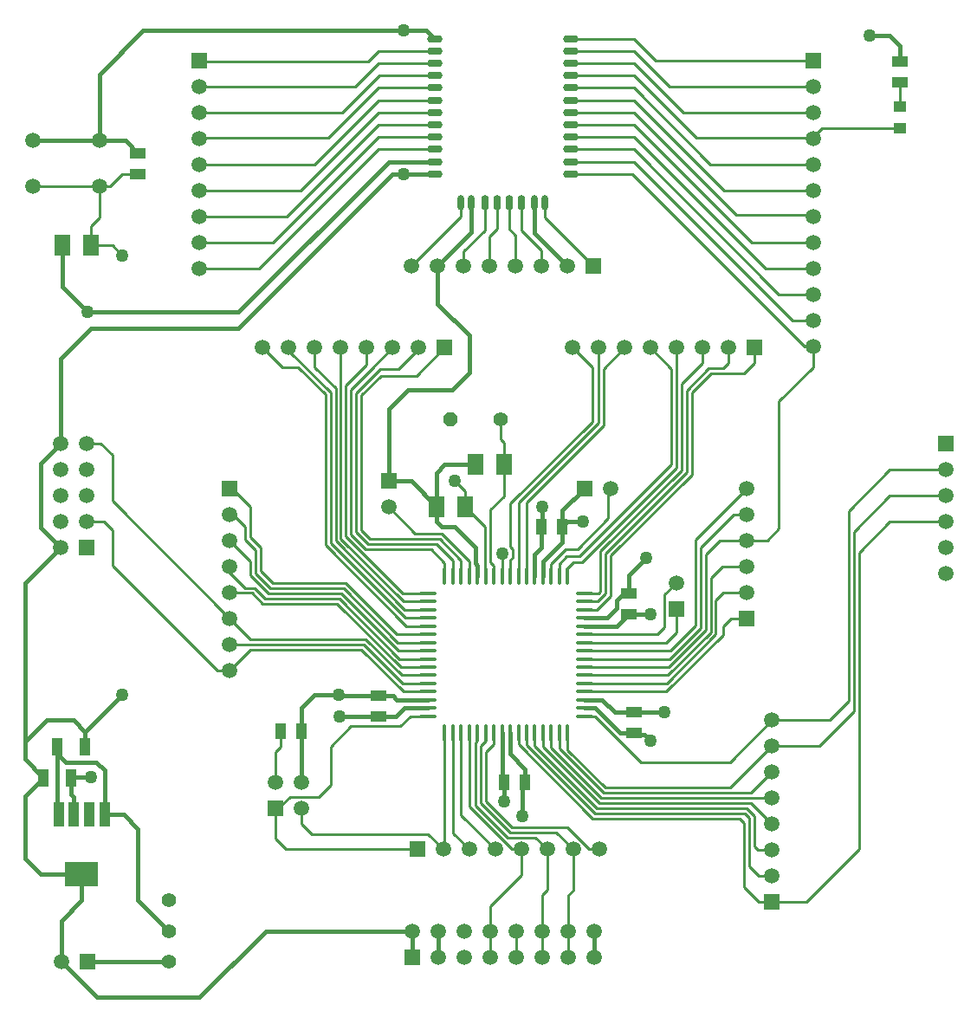
<source format=gtl>
G04 Layer_Physical_Order=1*
G04 Layer_Color=255*
%FSLAX25Y25*%
%MOIN*%
G70*
G01*
G75*
%ADD10O,0.06890X0.01378*%
%ADD11O,0.01378X0.06890*%
%ADD12R,0.06000X0.08000*%
%ADD13R,0.06000X0.04000*%
%ADD14R,0.04000X0.06000*%
%ADD15O,0.05906X0.02953*%
%ADD16O,0.02559X0.05906*%
%ADD17O,0.02953X0.05906*%
%ADD18R,0.04724X0.04331*%
%ADD19R,0.04331X0.06693*%
%ADD20R,0.03937X0.09449*%
%ADD21R,0.12598X0.09449*%
%ADD22C,0.01000*%
%ADD23C,0.01575*%
%ADD24R,0.05906X0.05906*%
%ADD25C,0.05906*%
%ADD26R,0.05906X0.05906*%
%ADD27P,0.05966X8X22.5*%
%ADD28C,0.05512*%
%ADD29C,0.05000*%
D10*
X166732Y165354D02*
D03*
Y162205D02*
D03*
Y159055D02*
D03*
Y155905D02*
D03*
Y152756D02*
D03*
Y149606D02*
D03*
Y146457D02*
D03*
Y143307D02*
D03*
Y140157D02*
D03*
Y137008D02*
D03*
Y133858D02*
D03*
Y130709D02*
D03*
Y127559D02*
D03*
Y124409D02*
D03*
Y121260D02*
D03*
Y118110D02*
D03*
X226969D02*
D03*
Y121260D02*
D03*
Y124409D02*
D03*
Y127559D02*
D03*
Y130709D02*
D03*
Y133858D02*
D03*
Y137008D02*
D03*
Y140157D02*
D03*
Y143307D02*
D03*
Y146457D02*
D03*
Y149606D02*
D03*
Y152756D02*
D03*
Y155905D02*
D03*
Y159055D02*
D03*
Y162205D02*
D03*
Y165354D02*
D03*
D11*
X173228Y111614D02*
D03*
X176378D02*
D03*
X179528D02*
D03*
X182677D02*
D03*
X185827D02*
D03*
X188976D02*
D03*
X192126D02*
D03*
X195276D02*
D03*
X198425D02*
D03*
X201575D02*
D03*
X204724D02*
D03*
X207874D02*
D03*
X211024D02*
D03*
X214173D02*
D03*
X217323D02*
D03*
X220472D02*
D03*
Y171850D02*
D03*
X217323D02*
D03*
X214173D02*
D03*
X211024D02*
D03*
X207874D02*
D03*
X204724D02*
D03*
X201575D02*
D03*
X198425D02*
D03*
X195276D02*
D03*
X192126D02*
D03*
X188976D02*
D03*
X185827D02*
D03*
X182677D02*
D03*
X179528D02*
D03*
X176378D02*
D03*
X173228D02*
D03*
D12*
X195972Y214866D02*
D03*
X184972D02*
D03*
X181102Y198819D02*
D03*
X170102D02*
D03*
X25996Y299213D02*
D03*
X36996D02*
D03*
D13*
X244094Y165480D02*
D03*
Y157480D02*
D03*
X246063Y119614D02*
D03*
Y111614D02*
D03*
X348425Y362142D02*
D03*
Y370142D02*
D03*
X147638Y117984D02*
D03*
Y125984D02*
D03*
X55118Y326709D02*
D03*
Y334709D02*
D03*
D14*
X118173Y112205D02*
D03*
X110173D02*
D03*
X204142Y92583D02*
D03*
X196142D02*
D03*
X210504Y190945D02*
D03*
X218504D02*
D03*
D15*
X169291Y378740D02*
D03*
Y374016D02*
D03*
Y369291D02*
D03*
Y364567D02*
D03*
Y359842D02*
D03*
Y355118D02*
D03*
Y350394D02*
D03*
Y345669D02*
D03*
Y340945D02*
D03*
Y336221D02*
D03*
Y331496D02*
D03*
Y326772D02*
D03*
X221654D02*
D03*
Y331496D02*
D03*
Y336221D02*
D03*
Y340945D02*
D03*
Y345669D02*
D03*
Y350394D02*
D03*
Y355118D02*
D03*
Y359842D02*
D03*
Y364567D02*
D03*
Y369291D02*
D03*
Y374016D02*
D03*
Y378740D02*
D03*
D16*
X207874Y315748D02*
D03*
X183465D02*
D03*
X211811D02*
D03*
X179528D02*
D03*
D17*
X202756D02*
D03*
X193307D02*
D03*
X198031D02*
D03*
X188583D02*
D03*
D18*
X348425Y344291D02*
D03*
Y352559D02*
D03*
D19*
X24213Y106299D02*
D03*
X34843D02*
D03*
X18898Y94488D02*
D03*
X29528D02*
D03*
D20*
X42323Y80315D02*
D03*
X36417D02*
D03*
X30512D02*
D03*
X24606D02*
D03*
D21*
X33465Y57480D02*
D03*
D22*
X314803Y340551D02*
X318543Y344291D01*
X195972Y202756D02*
Y214866D01*
X156923Y130709D02*
X166732D01*
X179528Y80000D02*
Y111614D01*
X185827Y108771D02*
Y111614D01*
X185024Y107968D02*
X185827Y108771D01*
X188976Y108771D02*
Y111614D01*
X187008Y106803D02*
X188976Y108771D01*
X248756Y100394D02*
X282992D01*
X231039Y118110D02*
X248756Y100394D01*
X226969Y118110D02*
X231039D01*
X226969Y159055D02*
X231596D01*
X226969Y162205D02*
X231940D01*
X222788Y177478D02*
X226146D01*
X220472Y175163D02*
X222788Y177478D01*
X220472Y171850D02*
Y175163D01*
X262283Y213615D02*
Y259842D01*
X226146Y177478D02*
X262283Y213615D01*
X214173Y171850D02*
Y176772D01*
X219811Y182409D01*
X204724Y171850D02*
Y200394D01*
X201575Y171850D02*
Y200189D01*
X198425Y171850D02*
Y178224D01*
X195276Y171850D02*
Y180709D01*
X188803Y172024D02*
X188976Y171850D01*
X188803Y172024D02*
Y191118D01*
X181102Y198819D02*
X188803Y191118D01*
X179528Y171850D02*
Y178110D01*
X171260Y186378D02*
X179528Y178110D01*
X172082Y188362D02*
X182677Y177767D01*
Y171850D02*
Y177767D01*
X173228Y171850D02*
Y177165D01*
X188992Y85439D02*
Y104347D01*
X187008Y84617D02*
Y106803D01*
X85590Y135669D02*
X90551D01*
X45276Y175984D02*
X85590Y135669D01*
X45276Y175984D02*
Y189744D01*
X122047Y72835D02*
X166693D01*
X118110Y76772D02*
X122047Y72835D01*
X118110Y76772D02*
Y82520D01*
X156070Y114173D02*
X160007Y118110D01*
X137083Y114173D02*
X156070D01*
X129260Y106350D02*
X137083Y114173D01*
X129260Y91610D02*
Y106350D01*
X124606Y86957D02*
X129260Y91610D01*
X113571Y86957D02*
X124606D01*
X108110Y82520D02*
X109134D01*
X113571Y86957D01*
X160007Y118110D02*
X166732D01*
X220787Y25433D02*
Y35433D01*
X210787Y25433D02*
Y35433D01*
X200787Y25433D02*
Y35433D01*
X190787Y25433D02*
Y35433D01*
X45276Y200945D02*
Y218504D01*
X40866Y222913D02*
X45276Y218504D01*
X35433Y222913D02*
X40866D01*
X42107Y192913D02*
X45276Y189744D01*
X35433Y192913D02*
X42107D01*
X45276Y200945D02*
X90551Y155669D01*
X45276Y299213D02*
X49213Y295276D01*
X36996Y299213D02*
X45276D01*
X179528Y310394D02*
Y315748D01*
X160472Y291339D02*
X179528Y310394D01*
X198031Y305591D02*
X200472Y303150D01*
Y291339D02*
Y303150D01*
X188583Y305039D02*
Y315748D01*
X180472Y296929D02*
X188583Y305039D01*
X180472Y291339D02*
Y296929D01*
X155206Y146457D02*
X166732D01*
X134293Y167370D02*
X155206Y146457D01*
X106160Y167370D02*
X134293D01*
X100409Y173121D02*
X106160Y167370D01*
X100409Y173121D02*
Y182086D01*
X96441Y186054D02*
X100409Y182086D01*
X96441Y186054D02*
Y190961D01*
X91732Y195669D02*
X96441Y190961D01*
X155550Y143307D02*
X166732D01*
X133471Y165386D02*
X155550Y143307D01*
X105339Y165386D02*
X133471D01*
X98425Y172299D02*
X105339Y165386D01*
X98425Y172299D02*
Y177795D01*
X90551Y185669D02*
X98425Y177795D01*
X155893Y140157D02*
X166732D01*
X132649Y163402D02*
X155893Y140157D01*
X104050Y163402D02*
X132649D01*
X99956Y167496D02*
X104050Y163402D01*
X96284Y167496D02*
X99956D01*
X156237Y137008D02*
X166732D01*
X131827Y161417D02*
X156237Y137008D01*
X103228Y161417D02*
X131827D01*
X99134Y165512D02*
X103228Y161417D01*
X90709Y165512D02*
X99134D01*
X156580Y133858D02*
X166732D01*
X142785Y147653D02*
X156580Y133858D01*
X98567Y147653D02*
X142785D01*
X141963Y145669D02*
X156923Y130709D01*
X90551Y145669D02*
X141963D01*
X141141Y143685D02*
X157267Y127559D01*
X98567Y143685D02*
X141141D01*
X98425Y186876D02*
X102394Y182908D01*
X98425Y186876D02*
Y198646D01*
X91402Y205669D02*
X98425Y198646D01*
X102394Y173943D02*
Y182908D01*
X157267Y127559D02*
X166732D01*
X90551Y165669D02*
X90709Y165512D01*
X90551Y173228D02*
X96284Y167496D01*
X283465Y155669D02*
X289370D01*
X280441Y152646D02*
X283465Y155669D01*
X280441Y149480D02*
Y152646D01*
Y165669D02*
X289370D01*
X277559Y162787D02*
X280441Y165669D01*
X277559Y149673D02*
Y162787D01*
X269622Y185921D02*
X289370Y205669D01*
X271606Y183024D02*
X284252Y195669D01*
X273591Y180236D02*
X279024Y185669D01*
X275575Y171244D02*
X280000Y175669D01*
X275575Y150495D02*
Y171244D01*
X273591Y151317D02*
Y180236D01*
X271606Y152139D02*
Y183024D01*
X269622Y152961D02*
Y185921D01*
X259968Y143307D02*
X269622Y152961D01*
X280000Y175669D02*
X289370D01*
X279024Y185669D02*
X289370D01*
X284252Y195669D02*
X289370D01*
X311811Y260394D02*
X314961D01*
X245433Y326772D02*
X311811Y260394D01*
X221654Y326772D02*
X245433D01*
X314961Y252457D02*
Y260394D01*
X301890Y239386D02*
X314961Y252457D01*
X301890Y190315D02*
Y239386D01*
X297244Y185669D02*
X301890Y190315D01*
X289370Y185669D02*
X297244D01*
X195972Y214866D02*
Y223319D01*
X194646Y224646D02*
Y232283D01*
Y224646D02*
X195972Y223319D01*
X176976Y208661D02*
X181102Y204535D01*
Y198819D02*
Y204535D01*
X176378Y171850D02*
Y177953D01*
X169937Y184394D02*
X176378Y177953D01*
X143710Y184394D02*
X169937D01*
X167984Y182409D02*
X173228Y177165D01*
X142888Y182409D02*
X167984D01*
X161874Y188362D02*
X172082D01*
X151575Y198661D02*
X161874Y188362D01*
X190787Y197571D02*
X195972Y202756D01*
X190787Y177263D02*
Y197571D01*
Y177263D02*
X192126Y175925D01*
Y171850D02*
Y175925D01*
X198425Y183194D02*
Y199953D01*
Y183194D02*
X199260Y182359D01*
Y179058D02*
Y182359D01*
X198425Y178224D02*
X199260Y179058D01*
X198425Y199953D02*
X229939Y231467D01*
X234268Y229937D02*
Y251827D01*
X204724Y200394D02*
X234268Y229937D01*
X228873Y66929D02*
X232598D01*
X188992Y104347D02*
X192126Y107480D01*
Y111614D01*
X197453Y71366D02*
X208161D01*
X199084Y66929D02*
X202598D01*
X179528Y80000D02*
X192598Y66929D01*
X208161Y71366D02*
X212598Y66929D01*
X176378Y73150D02*
X182598Y66929D01*
X176378Y73150D02*
Y111614D01*
X283181Y90583D02*
X299213Y106614D01*
X235058Y90583D02*
X283181D01*
X294173Y56614D02*
X299213D01*
X290299Y60488D02*
X294173Y56614D01*
X290299Y60488D02*
Y78942D01*
X288315Y52236D02*
X293937Y46614D01*
X299213D01*
X288315Y52236D02*
Y77036D01*
X286674Y78677D02*
X288315Y77036D01*
X230127Y78677D02*
X286674D01*
X292284Y67953D02*
Y79764D01*
Y67953D02*
X293622Y66614D01*
X299213D01*
X288580Y80661D02*
X290299Y78942D01*
X230949Y80661D02*
X288580D01*
X201575Y107229D02*
X230127Y78677D01*
X204724Y106886D02*
X230949Y80661D01*
X289402Y82646D02*
X292284Y79764D01*
X231770Y82646D02*
X289402D01*
X207874Y106542D02*
X231770Y82646D01*
X220472Y105168D02*
X235058Y90583D01*
X291197Y88598D02*
X299213Y96614D01*
X234236Y88598D02*
X291197D01*
X217323Y105512D02*
X234236Y88598D01*
X211024Y106199D02*
X232592Y84630D01*
X291197D02*
X299213Y76614D01*
X232592Y84630D02*
X291197D01*
X233414Y86614D02*
X299213D01*
X214173Y105855D02*
X233414Y86614D01*
X201575Y107229D02*
Y111614D01*
X204724Y106886D02*
Y111614D01*
X214173Y105855D02*
Y111614D01*
X217323Y105512D02*
Y111614D01*
X220472Y105168D02*
Y111614D01*
X211024Y106199D02*
Y111614D01*
X207874Y106542D02*
Y111614D01*
X229939Y231467D02*
Y252187D01*
X232283Y230898D02*
Y259842D01*
X201575Y200189D02*
X232283Y230898D01*
X226969Y143307D02*
X259968D01*
X272284Y254031D02*
Y259842D01*
X264268Y246016D02*
X272284Y254031D01*
X264268Y212793D02*
Y246016D01*
X282283Y253937D02*
Y259842D01*
X280331Y251984D02*
X282283Y253937D01*
X274769Y251984D02*
X280331D01*
X266252Y243468D02*
X274769Y251984D01*
X266252Y211971D02*
Y243468D01*
X292284Y253937D02*
Y259842D01*
X288347Y250000D02*
X292284Y253937D01*
X275590Y250000D02*
X288347D01*
X268236Y242646D02*
X275590Y250000D01*
X268236Y211150D02*
Y242646D01*
X252284Y259842D02*
X260299Y251827D01*
Y214866D02*
Y251827D01*
X227550Y182117D02*
X260299Y214866D01*
X225045Y179612D02*
X227550Y182117D01*
X220163Y179612D02*
X225045D01*
X233071Y181597D02*
X264268Y212793D01*
X233071Y166142D02*
Y181597D01*
X235055Y180775D02*
X266252Y211971D01*
X235055Y165320D02*
Y180775D01*
X237039Y179953D02*
X268236Y211150D01*
X237039Y164498D02*
Y179953D01*
X231596Y159055D02*
X237039Y164498D01*
X231940Y162205D02*
X235055Y165320D01*
X232283Y165354D02*
X233071Y166142D01*
X226969Y165354D02*
X232283D01*
X222284Y259842D02*
X229939Y252187D01*
X234268Y251827D02*
X242284Y259842D01*
X90551Y135669D02*
X98567Y143685D01*
X90551Y155669D02*
X98567Y147653D01*
X154863Y149606D02*
X166732D01*
X135115Y169354D02*
X154863Y149606D01*
X90551Y195669D02*
X91732D01*
X90551Y205669D02*
X91402D01*
X106982Y169354D02*
X135115D01*
X102394Y173943D02*
X106982Y169354D01*
X90551Y173228D02*
Y175669D01*
X158167Y155905D02*
X166732D01*
X129260Y184813D02*
X158167Y155905D01*
X158511Y152756D02*
X166732D01*
X127276Y183991D02*
X158511Y152756D01*
X144532Y186378D02*
X171260D01*
X141165Y189744D02*
X144532Y186378D01*
X141165Y189744D02*
Y241559D01*
X148700Y249094D01*
X139181Y242381D02*
X148422Y251622D01*
X139181Y188922D02*
Y242381D01*
X148422Y251622D02*
X155512D01*
X139181Y188922D02*
X143710Y184394D01*
X137197Y188101D02*
X142888Y182409D01*
X137197Y188101D02*
Y243803D01*
X145016Y251622D01*
X135213Y245449D02*
X143228Y253465D01*
X135213Y187279D02*
Y245449D01*
Y187279D02*
X157137Y165354D01*
X166732D01*
X157480Y162205D02*
X166732D01*
X133228Y186457D02*
X157480Y162205D01*
X133228Y186457D02*
Y259842D01*
X127276Y183991D02*
Y241966D01*
X129260Y184813D02*
Y242787D01*
X116879Y252362D02*
X127276Y241966D01*
X113228Y258819D02*
X129260Y242787D01*
X113228Y258819D02*
Y259842D01*
X157824Y159055D02*
X166732D01*
X131244Y185635D02*
X157824Y159055D01*
X131244Y185635D02*
Y244189D01*
X123228Y252205D02*
X131244Y244189D01*
X110709Y252362D02*
X116879D01*
X173213Y111598D02*
X173228Y111614D01*
X143228Y253465D02*
Y259842D01*
X145016Y251622D02*
Y251630D01*
X148700Y249094D02*
X162480D01*
X173228Y259842D01*
X163228Y259338D02*
Y259842D01*
X155512Y251622D02*
X163228Y259338D01*
X123228Y252205D02*
Y259842D01*
X145016Y251630D02*
X153228Y259842D01*
X103228D02*
X110709Y252362D01*
X14764Y321850D02*
X40354D01*
X44291D01*
X49150Y326709D01*
X55118D01*
X40354Y310039D02*
Y321850D01*
X36996Y306681D02*
X40354Y310039D01*
X36996Y299213D02*
Y306681D01*
X108110Y92520D02*
Y104173D01*
X110173Y106236D01*
Y112205D01*
X108110Y71024D02*
Y82520D01*
Y71024D02*
X112205Y66929D01*
X162598D01*
X166693Y72835D02*
X172598Y66929D01*
X147638Y345669D02*
X169291D01*
X112362Y310394D02*
X147638Y345669D01*
X78740Y310394D02*
X112362D01*
X147638Y350394D02*
X169291D01*
X117638Y320394D02*
X147638Y350394D01*
X78740Y320394D02*
X117638D01*
X147638Y355118D02*
X169291D01*
X122913Y330394D02*
X147638Y355118D01*
X78740Y330394D02*
X122913D01*
X147638Y359842D02*
X169291D01*
X128409Y340614D02*
X147638Y359842D01*
X78961Y340614D02*
X128409D01*
X78740Y340394D02*
X78961Y340614D01*
X148031Y364567D02*
X169291D01*
X133858Y350394D02*
X148031Y364567D01*
X78740Y350394D02*
X133858D01*
X147638Y369291D02*
X169291D01*
X138583Y360236D02*
X147638Y369291D01*
X78898Y360236D02*
X138583D01*
X78740Y360394D02*
X78898Y360236D01*
X147638Y374016D02*
X169291D01*
X143701Y370079D02*
X147638Y374016D01*
X79055Y370079D02*
X143701D01*
X78740Y370394D02*
X79055Y370079D01*
X221654Y331496D02*
X246063D01*
X307165Y270394D01*
X314961D01*
X221654Y336221D02*
X246063D01*
X301890Y280394D01*
X314961D01*
X221654Y340945D02*
X246063D01*
X296614Y290394D01*
X314961D01*
X221654Y345669D02*
X246063D01*
X291339Y300394D01*
X314961D01*
X221654Y350394D02*
X246063D01*
X285433Y311024D01*
X314331D01*
X314961Y310394D01*
X221654Y355118D02*
X246063D01*
X280787Y320394D01*
X314961D01*
X221654Y359842D02*
X246063D01*
X275512Y330394D01*
X314961D01*
X221654Y364567D02*
X246063D01*
X270079Y340551D01*
X314803D01*
X221654Y369291D02*
X246063D01*
X264961Y350394D01*
X314961D01*
X221654Y374016D02*
X246063D01*
X259842Y360236D01*
X314803D01*
X314961Y360394D01*
X221654Y378740D02*
X246063D01*
X254409Y370394D01*
X314961D01*
X193307Y305512D02*
Y315748D01*
X190472Y302677D02*
X193307Y305512D01*
X190472Y291339D02*
Y302677D01*
X198031Y305591D02*
Y315748D01*
X202756Y305118D02*
Y315748D01*
Y305118D02*
X210472Y297402D01*
Y291339D02*
Y297402D01*
X211811Y310000D02*
Y315748D01*
Y310000D02*
X230472Y291339D01*
X190787Y35433D02*
Y45118D01*
X202598Y56929D01*
Y66929D01*
X210787Y35433D02*
Y49370D01*
X212598Y51181D01*
Y66929D01*
X222598Y51024D02*
Y66929D01*
X220787Y49213D02*
X222598Y51024D01*
X220787Y35433D02*
Y49213D01*
X318543Y344291D02*
X348425D01*
Y352559D02*
Y362142D01*
X147638Y336221D02*
X169291D01*
X344488Y212913D02*
X366142D01*
X344488Y202913D02*
X366142D01*
X299213Y46614D02*
X312362D01*
X344488Y192913D02*
X366142D01*
X147638Y340945D02*
X169291D01*
X78740Y300394D02*
X107087D01*
X147638Y340945D01*
X78740Y290394D02*
X101811D01*
X147638Y336221D01*
X312362Y46614D02*
X332677Y66929D01*
Y181102D01*
X344488Y192913D01*
X330693Y189118D02*
X344488Y202913D01*
X328709Y197134D02*
X344488Y212913D01*
X299213Y116614D02*
X321339D01*
X328709Y123984D01*
Y197134D01*
X299213Y106614D02*
X317244D01*
X330693Y120063D01*
Y189118D01*
X182677Y83336D02*
Y111614D01*
X185024Y83795D02*
Y107968D01*
X182677Y83336D02*
X199084Y66929D01*
X185024Y83795D02*
X197453Y71366D01*
X172598Y66929D02*
X173228Y67559D01*
Y79871D01*
X173213Y79887D02*
X173228Y79871D01*
X173213Y79887D02*
Y111598D01*
X187008Y84617D02*
X198275Y73350D01*
X216177D01*
X222598Y66929D01*
X188992Y85439D02*
X199097Y75335D01*
X220468D01*
X228873Y66929D01*
X282992Y100394D02*
X299213Y116614D01*
X226969Y140157D02*
X259625D01*
X271606Y152139D01*
X226969Y137008D02*
X259282D01*
X273591Y151317D01*
X226969Y133858D02*
X258938D01*
X275575Y150495D01*
X226969Y130709D02*
X258595D01*
X277559Y149673D01*
X226969Y127559D02*
X258520D01*
X280441Y149480D01*
X226969Y146457D02*
X258245D01*
X262283Y150495D01*
Y159291D01*
X226969Y149606D02*
X255017D01*
X257874Y152463D01*
Y155696D01*
X257846Y155724D02*
X257874Y155696D01*
X257846Y155724D02*
Y164854D01*
X262283Y169291D01*
X236221Y204921D02*
X236968Y205669D01*
X217323Y176772D02*
X220163Y179612D01*
X217323Y171850D02*
Y176772D01*
X236221Y194220D02*
Y204921D01*
X219811Y182409D02*
X224410D01*
X236221Y194220D01*
D23*
X29640Y94601D02*
X36991D01*
X29528Y94488D02*
X29640Y94601D01*
X42323Y80315D02*
Y97234D01*
X39163Y100394D02*
X42323Y97234D01*
X27559Y100394D02*
X39163D01*
X195276Y93449D02*
Y111614D01*
Y93449D02*
X196142Y92583D01*
X173228Y214866D02*
X184972D01*
X207874Y171850D02*
Y180283D01*
X39370Y9843D02*
X78740D01*
X104331Y35433D01*
X160787D01*
X25591Y23622D02*
X39370Y9843D01*
X132649Y117984D02*
X147638D01*
X118173Y92583D02*
Y112205D01*
X11811Y63386D02*
X17717Y57480D01*
X33465D01*
X11811Y63386D02*
Y87402D01*
X24213Y103740D02*
X27559Y100394D01*
X30512Y80315D02*
Y86957D01*
X29528Y87941D02*
X30512Y86957D01*
X29528Y87941D02*
Y94488D01*
X160787Y25433D02*
Y35433D01*
X230787Y25433D02*
Y35433D01*
X170787Y25433D02*
Y35433D01*
X157824Y121260D02*
X166732D01*
X154548Y117984D02*
X157824Y121260D01*
X147638Y117984D02*
X154548D01*
X25996Y283217D02*
X35591Y273622D01*
X17717Y190630D02*
X25433Y182913D01*
X17717Y215197D02*
X25433Y222913D01*
Y255748D01*
X25996Y283217D02*
Y299213D01*
X37114Y267429D02*
X93883D01*
X25433Y255748D02*
X37114Y267429D01*
X93883D02*
X153225Y326772D01*
X17717Y190630D02*
Y215197D01*
X183465Y304331D02*
Y315748D01*
X170472Y291339D02*
X183465Y304331D01*
X153288Y125984D02*
X154863Y124409D01*
X147638Y125984D02*
X153288D01*
X154863Y124409D02*
X166732D01*
X151575Y208661D02*
X160260D01*
X170102Y198819D01*
Y211740D02*
X173228Y214866D01*
X170102Y198819D02*
Y211740D01*
X177150Y190961D02*
X184972Y183138D01*
Y176988D02*
Y183138D01*
Y176988D02*
X185827Y176134D01*
X170102Y192940D02*
Y198819D01*
Y192940D02*
X172082Y190961D01*
X177150D01*
X185827Y171850D02*
Y176134D01*
X207874Y180283D02*
X210504Y182913D01*
X211024Y177559D02*
X218504Y185039D01*
X211024Y171850D02*
Y177559D01*
X242063Y165480D02*
X244094D01*
X239370Y162787D02*
X242063Y165480D01*
X239370Y160309D02*
Y162787D01*
X239323Y160261D02*
X239370Y160309D01*
X239323Y159638D02*
Y160261D01*
X235591Y155905D02*
X239323Y159638D01*
X226969Y155905D02*
X235591D01*
X239370Y152756D02*
X244094Y157480D01*
X226969Y152756D02*
X239370D01*
X218504Y185039D02*
Y190945D01*
Y197205D01*
X226969Y205669D01*
X210504Y182913D02*
Y190945D01*
X25591Y23622D02*
Y39370D01*
X33465Y47244D01*
Y57480D01*
X118110Y92520D02*
X118173Y92583D01*
X14764Y339567D02*
X40354D01*
X207874Y303937D02*
Y315748D01*
Y303937D02*
X220472Y291339D01*
X35591Y23622D02*
X66929D01*
X42323Y80315D02*
X49606D01*
X55118Y74803D01*
Y47244D02*
Y74803D01*
Y47244D02*
X66929Y35433D01*
X336614Y379921D02*
X344488D01*
X348425Y375984D01*
Y370142D02*
Y375984D01*
X151575Y331496D02*
X169291D01*
X157480Y381890D02*
X166142D01*
X169291Y378740D01*
X153225Y326772D02*
X157480D01*
X169291D01*
X40354Y339567D02*
X50260D01*
X55118Y334709D01*
X40354Y339567D02*
Y365158D01*
X57087Y381890D01*
X157480D01*
X198425Y103543D02*
Y111614D01*
Y103543D02*
X204142Y97827D01*
Y92583D02*
Y97827D01*
X226969Y124409D02*
X233858D01*
X238653Y119614D01*
X246063D01*
X226969Y121260D02*
X231102D01*
X240748Y111614D01*
X246063D01*
X35591Y273622D02*
X93701D01*
X151575Y331496D01*
X11811Y169291D02*
X25433Y182913D01*
X20157Y116614D02*
X30236D01*
X34843Y112008D01*
X11811Y108268D02*
X20157Y116614D01*
X11811Y108268D02*
X11811D01*
X11811D02*
Y169291D01*
Y101575D02*
X18898Y94488D01*
X11811Y101575D02*
Y108268D01*
X34843Y112008D02*
X49213Y126378D01*
X132255D02*
X132649Y125984D01*
X147638D01*
X118173Y112205D02*
Y121323D01*
X123228Y126378D01*
X132255D01*
X196142Y85354D02*
Y92583D01*
X203157Y91598D02*
X204142Y92583D01*
X203157Y79724D02*
Y91598D01*
X246063Y119614D02*
X257874D01*
X250014Y110852D02*
X252284Y108583D01*
X246825Y110852D02*
X250014D01*
X246063Y111614D02*
X246825Y110852D01*
X244094Y157480D02*
X252284D01*
X244094Y172251D02*
X250902Y179058D01*
X244094Y165480D02*
Y172251D01*
X220472Y192913D02*
X226378D01*
X218504Y190945D02*
X220472Y192913D01*
X210787Y191228D02*
Y198661D01*
X210504Y190945D02*
X210787Y191228D01*
X170472Y276772D02*
Y291339D01*
Y276772D02*
X182677Y264567D01*
Y250488D02*
Y264567D01*
X175992Y243803D02*
X182677Y250488D01*
X159157Y243803D02*
X175992D01*
X151575Y236221D02*
X159157Y243803D01*
X151575Y208661D02*
Y236221D01*
X24213Y103740D02*
Y106299D01*
X11811Y87402D02*
X18898Y94488D01*
X24213Y80709D02*
X24606Y80315D01*
X24213Y80709D02*
Y103740D01*
X34843Y106299D02*
Y112008D01*
D24*
X262283Y159291D02*
D03*
X314961Y370394D02*
D03*
X78740D02*
D03*
X151575Y208661D02*
D03*
X299213Y46614D02*
D03*
X366142Y222913D02*
D03*
X90551Y205669D02*
D03*
X35433Y182913D02*
D03*
X289370Y155669D02*
D03*
D25*
X262283Y169291D02*
D03*
X314961Y260394D02*
D03*
Y270394D02*
D03*
Y280394D02*
D03*
Y290394D02*
D03*
Y300394D02*
D03*
Y310394D02*
D03*
Y320394D02*
D03*
Y330394D02*
D03*
Y340394D02*
D03*
Y350394D02*
D03*
Y360394D02*
D03*
X78740Y350394D02*
D03*
Y340394D02*
D03*
Y330394D02*
D03*
Y320394D02*
D03*
Y310394D02*
D03*
Y300394D02*
D03*
Y290394D02*
D03*
Y360394D02*
D03*
X220472Y291339D02*
D03*
X210472D02*
D03*
X200472D02*
D03*
X190472D02*
D03*
X180472D02*
D03*
X170472D02*
D03*
X160472D02*
D03*
X118110Y92520D02*
D03*
Y82520D02*
D03*
X108110Y92520D02*
D03*
X151575Y198661D02*
D03*
X236968Y205669D02*
D03*
X299213Y56614D02*
D03*
Y66614D02*
D03*
Y76614D02*
D03*
Y86614D02*
D03*
Y96614D02*
D03*
Y106614D02*
D03*
Y116614D02*
D03*
X172598Y66929D02*
D03*
X182598D02*
D03*
X192598D02*
D03*
X202598D02*
D03*
X212598D02*
D03*
X222598D02*
D03*
X232598D02*
D03*
X366142Y212913D02*
D03*
Y202913D02*
D03*
Y192913D02*
D03*
Y182913D02*
D03*
Y172913D02*
D03*
X90551Y195669D02*
D03*
Y185669D02*
D03*
Y175669D02*
D03*
Y165669D02*
D03*
Y155669D02*
D03*
Y145669D02*
D03*
Y135669D02*
D03*
X25433Y222913D02*
D03*
X35433D02*
D03*
X25433Y212913D02*
D03*
X35433D02*
D03*
X25433Y202913D02*
D03*
X35433D02*
D03*
X25433Y192913D02*
D03*
X35433D02*
D03*
X25433Y182913D02*
D03*
X160787Y35433D02*
D03*
X170787Y25433D02*
D03*
Y35433D02*
D03*
X180787Y25433D02*
D03*
Y35433D02*
D03*
X190787Y25433D02*
D03*
Y35433D02*
D03*
X200787Y25433D02*
D03*
Y35433D02*
D03*
X210787Y25433D02*
D03*
Y35433D02*
D03*
X220787Y25433D02*
D03*
Y35433D02*
D03*
X230787Y25433D02*
D03*
Y35433D02*
D03*
X282283Y259842D02*
D03*
X272284D02*
D03*
X262283D02*
D03*
X252284D02*
D03*
X242284D02*
D03*
X232283D02*
D03*
X222284D02*
D03*
X163228D02*
D03*
X153228D02*
D03*
X143228D02*
D03*
X133228D02*
D03*
X123228D02*
D03*
X113228D02*
D03*
X103228D02*
D03*
X289370Y165669D02*
D03*
Y175669D02*
D03*
Y185669D02*
D03*
Y195669D02*
D03*
Y205669D02*
D03*
X14764Y339567D02*
D03*
Y321850D02*
D03*
X40354Y339567D02*
D03*
Y321850D02*
D03*
X25591Y23622D02*
D03*
D26*
X230472Y291339D02*
D03*
X108110Y82520D02*
D03*
X226969Y205669D02*
D03*
X162598Y66929D02*
D03*
X160787Y25433D02*
D03*
X292284Y259842D02*
D03*
X173228D02*
D03*
X35591Y23622D02*
D03*
D27*
X175433Y232283D02*
D03*
D28*
X194646D02*
D03*
X66929Y47244D02*
D03*
Y23622D02*
D03*
Y35433D02*
D03*
D29*
X36991Y94601D02*
D03*
X132649Y117984D02*
D03*
X35591Y273622D02*
D03*
X49213Y295276D02*
D03*
X176976Y208661D02*
D03*
X195276Y180709D02*
D03*
X336614Y379921D02*
D03*
X157480Y326772D02*
D03*
Y381890D02*
D03*
X49213Y126378D02*
D03*
X132255D02*
D03*
X196142Y85354D02*
D03*
X203157Y79724D02*
D03*
X257874Y119614D02*
D03*
X252284Y108583D02*
D03*
Y157480D02*
D03*
X250902Y179058D02*
D03*
X226378Y192913D02*
D03*
X210787Y198661D02*
D03*
M02*

</source>
